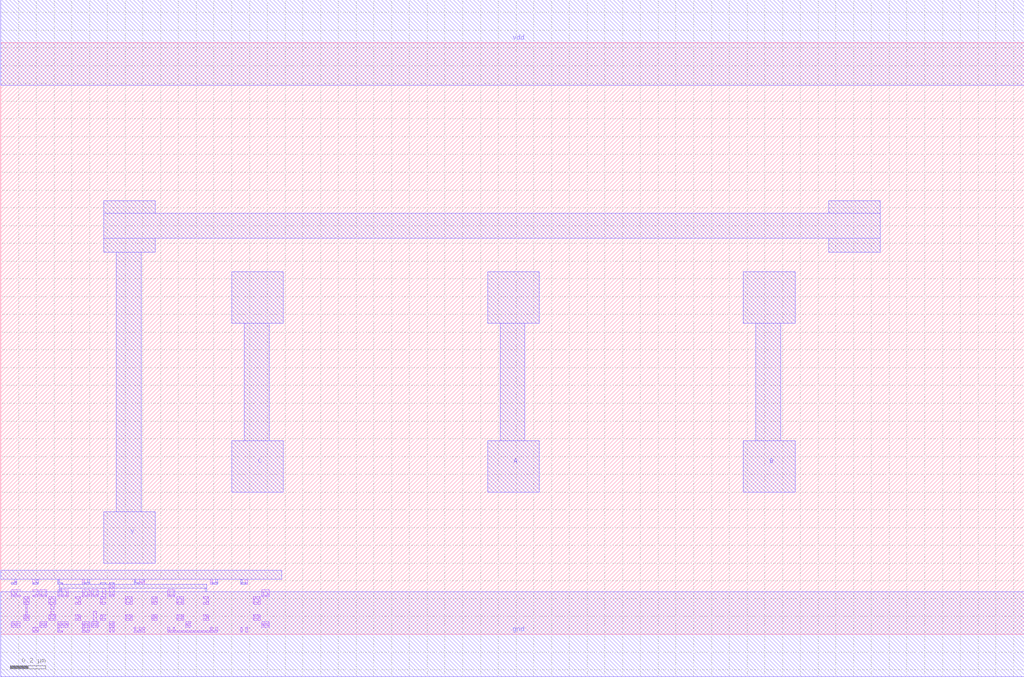
<source format=lef>
VERSION 5.7 ;
  NOWIREEXTENSIONATPIN ON ;
  DIVIDERCHAR "/" ;
  BUSBITCHARS "[]" ;
MACRO OAI21X1
  CLASS CORE ;
  FOREIGN OAI21X1 ;
  ORIGIN 0.000 0.000 ;
  SIZE 5.760 BY 3.330 ;
  SYMMETRY X Y R90 ;
  SITE unit ;
  PIN vdd
    DIRECTION INOUT ;
    USE POWER ;
    SHAPE ABUTMENT ;
    PORT
      LAYER met1 ;
        RECT 0.000 3.090 5.760 3.570 ;
    END
  END vdd
  PIN gnd
    DIRECTION INOUT ;
    USE GROUND ;
    SHAPE ABUTMENT ;
    PORT
      LAYER met1 ;
        RECT 0.000 0.310 1.580 0.360 ;
        RECT 0.080 0.290 0.090 0.310 ;
        RECT 0.200 0.290 0.210 0.310 ;
        RECT 0.060 0.280 0.090 0.290 ;
        RECT 0.180 0.280 0.210 0.290 ;
        RECT 0.320 0.290 0.330 0.310 ;
        RECT 0.490 0.290 0.500 0.310 ;
        RECT 0.750 0.290 0.760 0.310 ;
        RECT 0.800 0.300 0.810 0.310 ;
        RECT 1.210 0.290 1.220 0.310 ;
        RECT 0.320 0.280 0.350 0.290 ;
        RECT 0.470 0.280 0.500 0.290 ;
        RECT 0.560 0.280 0.590 0.290 ;
        RECT 0.610 0.280 0.640 0.290 ;
        RECT 0.750 0.280 0.780 0.290 ;
        RECT 1.190 0.280 1.220 0.290 ;
        RECT 1.350 0.290 1.360 0.310 ;
        RECT 1.350 0.280 1.380 0.290 ;
        RECT 0.330 0.260 1.160 0.280 ;
        RECT 0.330 0.240 0.340 0.260 ;
        RECT 1.150 0.240 1.160 0.260 ;
        RECT 0.000 -0.240 5.760 0.240 ;
    END
  END gnd
  PIN Y
    DIRECTION INOUT ;
    USE SIGNAL ;
    SHAPE ABUTMENT ;
    PORT
      LAYER met1 ;
        RECT 0.580 2.370 0.870 2.440 ;
        RECT 4.660 2.370 4.950 2.440 ;
        RECT 0.580 2.230 4.950 2.370 ;
        RECT 0.580 2.150 0.870 2.230 ;
        RECT 4.660 2.150 4.950 2.230 ;
        RECT 0.650 0.690 0.790 2.150 ;
        RECT 0.580 0.400 0.870 0.690 ;
    END
  END Y
  PIN A
    DIRECTION INOUT ;
    USE SIGNAL ;
    SHAPE ABUTMENT ;
    PORT
      LAYER met1 ;
        RECT 2.740 1.750 3.030 2.040 ;
        RECT 2.810 1.090 2.950 1.750 ;
        RECT 2.740 0.800 3.030 1.090 ;
    END
  END A
  PIN C
    DIRECTION INOUT ;
    USE SIGNAL ;
    SHAPE ABUTMENT ;
    PORT
      LAYER met1 ;
        RECT 1.300 1.750 1.590 2.040 ;
        RECT 1.370 1.090 1.510 1.750 ;
        RECT 1.300 0.800 1.590 1.090 ;
    END
  END C
  PIN B
    DIRECTION INOUT ;
    USE SIGNAL ;
    SHAPE ABUTMENT ;
    PORT
      LAYER met1 ;
        RECT 4.180 1.750 4.470 2.040 ;
        RECT 4.250 1.090 4.390 1.750 ;
        RECT 4.180 0.800 4.470 1.090 ;
    END
  END B
  OBS
      LAYER li1 ;
        RECT 0.080 0.290 0.090 0.310 ;
        RECT 0.060 0.280 0.090 0.290 ;
      LAYER li1 ;
        RECT 0.180 0.290 0.200 0.310 ;
      LAYER li1 ;
        RECT 0.200 0.290 0.210 0.310 ;
        RECT 0.180 0.280 0.210 0.290 ;
        RECT 0.320 0.290 0.330 0.310 ;
        RECT 0.460 0.290 0.470 0.310 ;
        RECT 0.490 0.290 0.500 0.310 ;
        RECT 0.750 0.290 0.760 0.310 ;
        RECT 0.780 0.290 0.790 0.310 ;
        RECT 0.800 0.290 0.810 0.310 ;
        RECT 0.320 0.280 0.350 0.290 ;
        RECT 0.460 0.280 0.500 0.290 ;
        RECT 0.610 0.280 0.640 0.290 ;
        RECT 0.750 0.280 0.810 0.290 ;
        RECT 1.180 0.290 1.190 0.310 ;
        RECT 1.210 0.290 1.220 0.310 ;
        RECT 1.180 0.280 1.220 0.290 ;
        RECT 1.350 0.290 1.360 0.310 ;
        RECT 1.380 0.290 1.390 0.310 ;
        RECT 1.350 0.280 1.390 0.290 ;
        RECT 0.610 0.260 0.620 0.280 ;
        RECT 0.630 0.260 0.640 0.280 ;
        RECT 0.060 0.240 0.110 0.250 ;
        RECT 0.180 0.240 0.210 0.250 ;
      LAYER li1 ;
        RECT 0.060 0.220 0.080 0.240 ;
      LAYER li1 ;
        RECT 0.080 0.220 0.090 0.240 ;
        RECT 0.200 0.220 0.210 0.240 ;
        RECT 0.060 0.210 0.110 0.220 ;
        RECT 0.180 0.210 0.210 0.220 ;
        RECT 0.220 0.240 0.260 0.250 ;
        RECT 0.220 0.220 0.230 0.240 ;
        RECT 0.250 0.220 0.260 0.240 ;
        RECT 0.220 0.210 0.260 0.220 ;
        RECT 0.320 0.240 0.380 0.250 ;
        RECT 0.320 0.220 0.330 0.240 ;
        RECT 0.340 0.220 0.350 0.240 ;
        RECT 0.370 0.220 0.380 0.240 ;
        RECT 0.320 0.210 0.380 0.220 ;
        RECT 0.460 0.240 0.500 0.250 ;
        RECT 0.460 0.220 0.470 0.240 ;
        RECT 0.490 0.220 0.500 0.240 ;
        RECT 0.460 0.210 0.500 0.220 ;
        RECT 0.510 0.240 0.550 0.250 ;
        RECT 0.510 0.220 0.520 0.240 ;
        RECT 0.540 0.220 0.550 0.240 ;
        RECT 0.510 0.210 0.550 0.220 ;
        RECT 0.570 0.210 0.590 0.260 ;
        RECT 0.610 0.240 0.640 0.260 ;
        RECT 0.610 0.220 0.620 0.240 ;
        RECT 0.630 0.220 0.640 0.240 ;
        RECT 0.610 0.210 0.640 0.220 ;
        RECT 0.940 0.240 0.980 0.250 ;
        RECT 0.940 0.220 0.950 0.240 ;
        RECT 0.970 0.220 0.980 0.240 ;
        RECT 0.940 0.210 0.980 0.220 ;
        RECT 1.470 0.240 1.510 0.250 ;
        RECT 1.470 0.220 1.480 0.240 ;
        RECT 1.500 0.220 1.510 0.240 ;
        RECT 1.470 0.210 1.510 0.220 ;
        RECT 0.130 0.200 0.160 0.210 ;
        RECT 0.130 0.180 0.140 0.200 ;
      LAYER li1 ;
        RECT 0.140 0.180 0.150 0.200 ;
      LAYER li1 ;
        RECT 0.150 0.180 0.160 0.200 ;
        RECT 0.130 0.170 0.160 0.180 ;
        RECT 0.270 0.200 0.310 0.210 ;
        RECT 0.420 0.200 0.450 0.210 ;
        RECT 0.270 0.180 0.280 0.200 ;
        RECT 0.300 0.180 0.310 0.200 ;
        RECT 0.440 0.180 0.450 0.200 ;
        RECT 0.270 0.170 0.310 0.180 ;
        RECT 0.420 0.170 0.450 0.180 ;
        RECT 0.560 0.200 0.590 0.210 ;
        RECT 0.700 0.200 0.740 0.210 ;
        RECT 0.560 0.180 0.570 0.200 ;
        RECT 0.700 0.180 0.710 0.200 ;
        RECT 0.730 0.180 0.740 0.200 ;
        RECT 0.560 0.170 0.590 0.180 ;
        RECT 0.700 0.170 0.740 0.180 ;
        RECT 0.850 0.200 0.880 0.210 ;
        RECT 0.850 0.180 0.860 0.200 ;
        RECT 0.870 0.180 0.880 0.200 ;
        RECT 0.850 0.170 0.880 0.180 ;
        RECT 0.990 0.200 1.030 0.210 ;
        RECT 1.140 0.200 1.170 0.210 ;
        RECT 0.990 0.180 1.000 0.200 ;
        RECT 1.020 0.180 1.030 0.200 ;
        RECT 1.160 0.180 1.170 0.200 ;
        RECT 0.990 0.170 1.030 0.180 ;
        RECT 1.140 0.170 1.170 0.180 ;
        RECT 1.420 0.200 1.460 0.210 ;
        RECT 1.420 0.180 1.430 0.200 ;
        RECT 1.450 0.180 1.460 0.200 ;
        RECT 1.420 0.170 1.460 0.180 ;
        RECT 0.140 0.110 0.150 0.170 ;
        RECT 0.280 0.140 0.300 0.170 ;
        RECT 0.280 0.110 0.300 0.130 ;
        RECT 0.130 0.100 0.160 0.110 ;
        RECT 0.130 0.090 0.140 0.100 ;
      LAYER li1 ;
        RECT 0.140 0.090 0.150 0.100 ;
      LAYER li1 ;
        RECT 0.150 0.090 0.160 0.100 ;
        RECT 0.130 0.080 0.160 0.090 ;
        RECT 0.270 0.100 0.310 0.110 ;
        RECT 0.420 0.100 0.450 0.110 ;
        RECT 0.270 0.090 0.280 0.100 ;
        RECT 0.300 0.090 0.310 0.100 ;
        RECT 0.440 0.090 0.450 0.100 ;
        RECT 0.270 0.080 0.310 0.090 ;
        RECT 0.420 0.080 0.450 0.090 ;
        RECT 0.520 0.070 0.540 0.130 ;
        RECT 0.560 0.100 0.590 0.110 ;
        RECT 0.700 0.100 0.740 0.110 ;
        RECT 0.560 0.090 0.570 0.100 ;
        RECT 0.700 0.090 0.710 0.100 ;
        RECT 0.730 0.090 0.740 0.100 ;
        RECT 0.560 0.080 0.590 0.090 ;
        RECT 0.700 0.080 0.740 0.090 ;
        RECT 0.850 0.100 0.880 0.110 ;
        RECT 0.850 0.090 0.860 0.100 ;
        RECT 0.870 0.090 0.880 0.100 ;
        RECT 0.850 0.080 0.880 0.090 ;
        RECT 0.990 0.100 1.030 0.110 ;
        RECT 1.140 0.100 1.170 0.110 ;
        RECT 0.990 0.090 1.000 0.100 ;
        RECT 1.020 0.090 1.030 0.100 ;
        RECT 1.160 0.090 1.170 0.100 ;
        RECT 0.990 0.080 1.030 0.090 ;
        RECT 1.140 0.080 1.170 0.090 ;
        RECT 1.420 0.100 1.460 0.110 ;
        RECT 1.420 0.090 1.430 0.100 ;
        RECT 1.450 0.090 1.460 0.100 ;
        RECT 1.420 0.080 1.460 0.090 ;
        RECT 0.060 0.060 0.110 0.070 ;
        RECT 0.220 0.060 0.260 0.070 ;
      LAYER li1 ;
        RECT 0.060 0.050 0.080 0.060 ;
      LAYER li1 ;
        RECT 0.080 0.050 0.090 0.060 ;
        RECT 0.220 0.050 0.230 0.060 ;
        RECT 0.250 0.050 0.260 0.060 ;
        RECT 0.060 0.040 0.110 0.050 ;
        RECT 0.220 0.040 0.260 0.050 ;
        RECT 0.320 0.060 0.380 0.070 ;
        RECT 0.320 0.050 0.330 0.060 ;
        RECT 0.340 0.050 0.350 0.060 ;
        RECT 0.370 0.050 0.380 0.060 ;
        RECT 0.320 0.040 0.380 0.050 ;
        RECT 0.460 0.060 0.500 0.070 ;
        RECT 0.460 0.050 0.470 0.060 ;
        RECT 0.490 0.050 0.500 0.060 ;
        RECT 0.460 0.040 0.500 0.050 ;
        RECT 0.510 0.060 0.550 0.070 ;
        RECT 0.510 0.050 0.520 0.060 ;
        RECT 0.540 0.050 0.550 0.060 ;
        RECT 0.510 0.040 0.550 0.050 ;
        RECT 0.610 0.060 0.640 0.070 ;
        RECT 0.610 0.050 0.620 0.060 ;
        RECT 0.630 0.050 0.640 0.060 ;
        RECT 0.610 0.040 0.640 0.050 ;
        RECT 1.040 0.060 1.070 0.070 ;
        RECT 1.470 0.060 1.510 0.070 ;
        RECT 1.040 0.050 1.050 0.060 ;
        RECT 1.470 0.050 1.480 0.060 ;
        RECT 1.500 0.050 1.510 0.060 ;
        RECT 1.040 0.040 1.070 0.050 ;
        RECT 1.470 0.040 1.510 0.050 ;
      LAYER li1 ;
        RECT 0.180 0.020 0.200 0.040 ;
      LAYER li1 ;
        RECT 0.200 0.020 0.210 0.040 ;
        RECT 0.180 0.010 0.210 0.020 ;
        RECT 0.320 0.020 0.330 0.040 ;
        RECT 0.460 0.020 0.470 0.040 ;
        RECT 0.490 0.020 0.500 0.040 ;
        RECT 0.320 0.010 0.350 0.020 ;
        RECT 0.460 0.010 0.500 0.020 ;
        RECT 0.610 0.010 0.620 0.040 ;
        RECT 0.630 0.010 0.640 0.040 ;
        RECT 0.750 0.020 0.760 0.040 ;
        RECT 0.780 0.020 0.790 0.040 ;
        RECT 0.750 0.010 0.790 0.020 ;
        RECT 0.800 0.010 0.810 0.040 ;
        RECT 0.940 0.020 0.950 0.040 ;
        RECT 0.970 0.020 0.980 0.040 ;
        RECT 1.180 0.020 1.190 0.040 ;
        RECT 1.210 0.020 1.220 0.040 ;
        RECT 0.940 0.010 1.220 0.020 ;
        RECT 1.350 0.010 1.360 0.040 ;
        RECT 1.380 0.010 1.390 0.040 ;
  END
END OAI21X1
END LIBRARY


</source>
